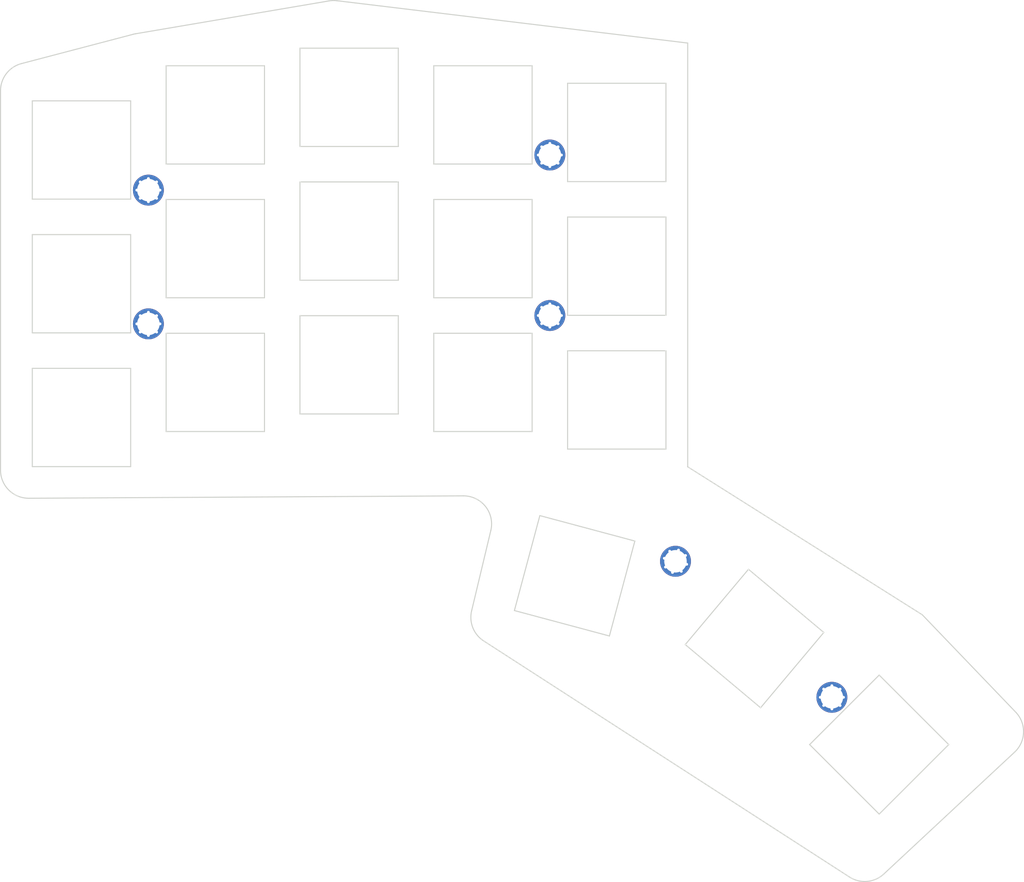
<source format=kicad_pcb>
(kicad_pcb (version 20221018) (generator pcbnew)
  (title_block (title "juubo_left_plate") (rev "v1.0.0") (company "Unknown"))
  (layers (0 "F.Cu" signal) (31 "B.Cu" signal) (34 "B.Paste" user) (35 "F.Paste" user) (36 "B.SilkS" user "B.Silkscreen") (37 "F.SilkS" user "F.Silkscreen") (38 "B.Mask" user) (39 "F.Mask" user) (44 "Edge.Cuts" user))
  (net 0 "")
  (footprint "MountingHole_2.2mm_M2_Pad_Via" (layer "F.Cu") (at 109.525 67.615)
    (fp_text reference "_1" hide)
    (fp_text value "" (at 0 0) (layer "F.SilkS") (effects (font (size 1.27 1.27))))
    (pad "1" thru_hole circle (at -1.65 0) (size 0.7 0.7) (drill 0.4) (layers "*.Cu" "*.Mask"))
    (pad "1" thru_hole circle (at -1.166726 -1.166726) (size 0.7 0.7) (drill 0.4) (layers "*.Cu" "*.Mask"))
    (pad "1" thru_hole circle (at -1.166726 1.166726) (size 0.7 0.7) (drill 0.4) (layers "*.Cu" "*.Mask"))
    (pad "1" thru_hole circle (at 0 -1.65) (size 0.7 0.7) (drill 0.4) (layers "*.Cu" "*.Mask"))
    (pad "1" thru_hole circle (at 0 0) (size 4.4 4.4) (drill 3.2) (layers "*.Cu" "*.Mask"))
    (pad "1" thru_hole circle (at 0 1.65) (size 0.7 0.7) (drill 0.4) (layers "*.Cu" "*.Mask"))
    (pad "1" thru_hole circle (at 1.166726 -1.166726) (size 0.7 0.7) (drill 0.4) (layers "*.Cu" "*.Mask"))
    (pad "1" thru_hole circle (at 1.166726 1.166726) (size 0.7 0.7) (drill 0.4) (layers "*.Cu" "*.Mask"))
    (pad "1" thru_hole circle (at 1.65 0) (size 0.7 0.7) (drill 0.4) (layers "*.Cu" "*.Mask"))
  )
  (footprint "MountingHole_2.2mm_M2_Pad_Via" (layer "F.Cu") (at 166.675 62.615)
    (fp_text reference "_2" hide)
    (fp_text value "" (at 0 0) (layer "F.SilkS") (effects (font (size 1.27 1.27))))
    (pad "1" thru_hole circle (at -1.65 0) (size 0.7 0.7) (drill 0.4) (layers "*.Cu" "*.Mask"))
    (pad "1" thru_hole circle (at -1.166726 -1.166726) (size 0.7 0.7) (drill 0.4) (layers "*.Cu" "*.Mask"))
    (pad "1" thru_hole circle (at -1.166726 1.166726) (size 0.7 0.7) (drill 0.4) (layers "*.Cu" "*.Mask"))
    (pad "1" thru_hole circle (at 0 -1.65) (size 0.7 0.7) (drill 0.4) (layers "*.Cu" "*.Mask"))
    (pad "1" thru_hole circle (at 0 0) (size 4.4 4.4) (drill 3.2) (layers "*.Cu" "*.Mask"))
    (pad "1" thru_hole circle (at 0 1.65) (size 0.7 0.7) (drill 0.4) (layers "*.Cu" "*.Mask"))
    (pad "1" thru_hole circle (at 1.166726 -1.166726) (size 0.7 0.7) (drill 0.4) (layers "*.Cu" "*.Mask"))
    (pad "1" thru_hole circle (at 1.166726 1.166726) (size 0.7 0.7) (drill 0.4) (layers "*.Cu" "*.Mask"))
    (pad "1" thru_hole circle (at 1.65 0) (size 0.7 0.7) (drill 0.4) (layers "*.Cu" "*.Mask"))
  )
  (footprint "MountingHole_2.2mm_M2_Pad_Via" (layer "F.Cu") (at 184.559772 120.481086 -15)
    (fp_text reference "_4" hide)
    (fp_text value "" (at 0 0 -15) (layer "F.SilkS") (effects (font (size 1.27 1.27))))
    (pad "1" thru_hole circle (at -1.65 0) (size 0.7 0.7) (drill 0.4) (layers "*.Cu" "*.Mask"))
    (pad "1" thru_hole circle (at -1.166726 -1.166726) (size 0.7 0.7) (drill 0.4) (layers "*.Cu" "*.Mask"))
    (pad "1" thru_hole circle (at -1.166726 1.166726) (size 0.7 0.7) (drill 0.4) (layers "*.Cu" "*.Mask"))
    (pad "1" thru_hole circle (at 0 -1.65) (size 0.7 0.7) (drill 0.4) (layers "*.Cu" "*.Mask"))
    (pad "1" thru_hole circle (at 0 0) (size 4.4 4.4) (drill 3.2) (layers "*.Cu" "*.Mask"))
    (pad "1" thru_hole circle (at 0 1.65) (size 0.7 0.7) (drill 0.4) (layers "*.Cu" "*.Mask"))
    (pad "1" thru_hole circle (at 1.166726 -1.166726) (size 0.7 0.7) (drill 0.4) (layers "*.Cu" "*.Mask"))
    (pad "1" thru_hole circle (at 1.166726 1.166726) (size 0.7 0.7) (drill 0.4) (layers "*.Cu" "*.Mask"))
    (pad "1" thru_hole circle (at 1.65 0) (size 0.7 0.7) (drill 0.4) (layers "*.Cu" "*.Mask"))
  )
  (footprint "MountingHole_2.2mm_M2_Pad_Via" (layer "F.Cu") (at 206.820012 139.855114 -135)
    (fp_text reference "_5" hide)
    (fp_text value "" (at 0 0 -135) (layer "F.SilkS") (effects (font (size 1.27 1.27))))
    (pad "1" thru_hole circle (at -1.65 0) (size 0.7 0.7) (drill 0.4) (layers "*.Cu" "*.Mask"))
    (pad "1" thru_hole circle (at -1.166726 -1.166726) (size 0.7 0.7) (drill 0.4) (layers "*.Cu" "*.Mask"))
    (pad "1" thru_hole circle (at -1.166726 1.166726) (size 0.7 0.7) (drill 0.4) (layers "*.Cu" "*.Mask"))
    (pad "1" thru_hole circle (at 0 -1.65) (size 0.7 0.7) (drill 0.4) (layers "*.Cu" "*.Mask"))
    (pad "1" thru_hole circle (at 0 0) (size 4.4 4.4) (drill 3.2) (layers "*.Cu" "*.Mask"))
    (pad "1" thru_hole circle (at 0 1.65) (size 0.7 0.7) (drill 0.4) (layers "*.Cu" "*.Mask"))
    (pad "1" thru_hole circle (at 1.166726 -1.166726) (size 0.7 0.7) (drill 0.4) (layers "*.Cu" "*.Mask"))
    (pad "1" thru_hole circle (at 1.166726 1.166726) (size 0.7 0.7) (drill 0.4) (layers "*.Cu" "*.Mask"))
    (pad "1" thru_hole circle (at 1.65 0) (size 0.7 0.7) (drill 0.4) (layers "*.Cu" "*.Mask"))
  )
  (footprint "MountingHole_2.2mm_M2_Pad_Via" (layer "F.Cu") (at 109.525 86.665)
    (fp_text reference "_3" hide)
    (fp_text value "" (at 0 0) (layer "F.SilkS") (effects (font (size 1.27 1.27))))
    (pad "1" thru_hole circle (at -1.65 0) (size 0.7 0.7) (drill 0.4) (layers "*.Cu" "*.Mask"))
    (pad "1" thru_hole circle (at -1.166726 -1.166726) (size 0.7 0.7) (drill 0.4) (layers "*.Cu" "*.Mask"))
    (pad "1" thru_hole circle (at -1.166726 1.166726) (size 0.7 0.7) (drill 0.4) (layers "*.Cu" "*.Mask"))
    (pad "1" thru_hole circle (at 0 -1.65) (size 0.7 0.7) (drill 0.4) (layers "*.Cu" "*.Mask"))
    (pad "1" thru_hole circle (at 0 0) (size 4.4 4.4) (drill 3.2) (layers "*.Cu" "*.Mask"))
    (pad "1" thru_hole circle (at 0 1.65) (size 0.7 0.7) (drill 0.4) (layers "*.Cu" "*.Mask"))
    (pad "1" thru_hole circle (at 1.166726 -1.166726) (size 0.7 0.7) (drill 0.4) (layers "*.Cu" "*.Mask"))
    (pad "1" thru_hole circle (at 1.166726 1.166726) (size 0.7 0.7) (drill 0.4) (layers "*.Cu" "*.Mask"))
    (pad "1" thru_hole circle (at 1.65 0) (size 0.7 0.7) (drill 0.4) (layers "*.Cu" "*.Mask"))
  )
  (footprint "MountingHole_2.2mm_M2_Pad_Via" (layer "F.Cu") (at 166.675 85.475)
    (fp_text reference "_6" hide)
    (fp_text value "" (at 0 0) (layer "F.SilkS") (effects (font (size 1.27 1.27))))
    (pad "1" thru_hole circle (at -1.65 0) (size 0.7 0.7) (drill 0.4) (layers "*.Cu" "*.Mask"))
    (pad "1" thru_hole circle (at -1.166726 -1.166726) (size 0.7 0.7) (drill 0.4) (layers "*.Cu" "*.Mask"))
    (pad "1" thru_hole circle (at -1.166726 1.166726) (size 0.7 0.7) (drill 0.4) (layers "*.Cu" "*.Mask"))
    (pad "1" thru_hole circle (at 0 -1.65) (size 0.7 0.7) (drill 0.4) (layers "*.Cu" "*.Mask"))
    (pad "1" thru_hole circle (at 0 0) (size 4.4 4.4) (drill 3.2) (layers "*.Cu" "*.Mask"))
    (pad "1" thru_hole circle (at 0 1.65) (size 0.7 0.7) (drill 0.4) (layers "*.Cu" "*.Mask"))
    (pad "1" thru_hole circle (at 1.166726 -1.166726) (size 0.7 0.7) (drill 0.4) (layers "*.Cu" "*.Mask"))
    (pad "1" thru_hole circle (at 1.166726 1.166726) (size 0.7 0.7) (drill 0.4) (layers "*.Cu" "*.Mask"))
    (pad "1" thru_hole circle (at 1.65 0) (size 0.7 0.7) (drill 0.4) (layers "*.Cu" "*.Mask"))
  )
  (gr_line (start 194.947858 121.621082) (end 185.948831 132.345705) (stroke (width 0.15)) (layer "Edge.Cuts"))
  (gr_line (start 93 107) (end 107 107) (stroke (width 0.15)) (layer "Edge.Cuts"))
  (gr_line (start 145.1 80.45) (end 145.1 66.45) (stroke (width 0.15)) (layer "Edge.Cuts"))
  (gr_line (start 150.15 82.95) (end 164.15 82.95) (stroke (width 0.15)) (layer "Edge.Cuts"))
  (gr_line (start 131.1 61.4) (end 145.1 61.4) (stroke (width 0.15)) (layer "Edge.Cuts"))
  (gr_arc (start 154.358435 111.163003) (mid 157.513421 112.676124) (end 158.270976 116.092201) (stroke (width 0.15)) (layer "Edge.Cuts"))
  (gr_line (start 223.454699 146.590306) (end 213.555204 136.690811) (stroke (width 0.15)) (layer "Edge.Cuts"))
  (gr_line (start 112.05 68.95) (end 112.05 82.95) (stroke (width 0.15)) (layer "Edge.Cuts"))
  (gr_line (start 205.67248 130.620109) (end 194.947858 121.621082) (stroke (width 0.15)) (layer "Edge.Cuts"))
  (gr_line (start 213.555204 136.690811) (end 203.655709 146.590306) (stroke (width 0.15)) (layer "Edge.Cuts"))
  (gr_line (start 186.2965 46.667744) (end 186.2965 107.025) (stroke (width 0.15)) (layer "Edge.Cuts"))
  (gr_line (start 164.15 63.9) (end 164.15 49.9) (stroke (width 0.15)) (layer "Edge.Cuts"))
  (gr_line (start 107 107) (end 107 93) (stroke (width 0.15)) (layer "Edge.Cuts"))
  (gr_line (start 145.1 85.5) (end 131.1 85.5) (stroke (width 0.15)) (layer "Edge.Cuts"))
  (gr_line (start 183.2 104.5) (end 183.2 90.5) (stroke (width 0.15)) (layer "Edge.Cuts"))
  (gr_line (start 150.15 102) (end 164.15 102) (stroke (width 0.15)) (layer "Edge.Cuts"))
  (gr_line (start 183.2 71.45) (end 169.2 71.45) (stroke (width 0.15)) (layer "Edge.Cuts"))
  (gr_arc (start 88.475 53.460615) (mid 89.307833 51.017451) (end 91.459526 49.59166) (stroke (width 0.15)) (layer "Edge.Cuts"))
  (gr_line (start 112.05 82.95) (end 126.05 82.95) (stroke (width 0.15)) (layer "Edge.Cuts"))
  (gr_line (start 169.2 90.5) (end 169.2 104.5) (stroke (width 0.15)) (layer "Edge.Cuts"))
  (gr_line (start 155.537178 127.537899) (end 158.270976 116.092201) (stroke (width 0.15)) (layer "Edge.Cuts"))
  (gr_line (start 131.1 66.45) (end 131.1 80.45) (stroke (width 0.15)) (layer "Edge.Cuts"))
  (gr_line (start 126.05 68.95) (end 112.05 68.95) (stroke (width 0.15)) (layer "Edge.Cuts"))
  (gr_line (start 107 87.95) (end 107 73.95) (stroke (width 0.15)) (layer "Edge.Cuts"))
  (gr_line (start 136.371889 40.639656) (end 186.2965 46.667744) (stroke (width 0.15)) (layer "Edge.Cuts"))
  (gr_line (start 145.1 47.4) (end 131.1 47.4) (stroke (width 0.15)) (layer "Edge.Cuts"))
  (gr_line (start 126.05 102) (end 126.05 88) (stroke (width 0.15)) (layer "Edge.Cuts"))
  (gr_arc (start 107.354039 45.419872) (mid 107.525824 45.378816) (end 107.699253 45.345383) (stroke (width 0.15)) (layer "Edge.Cuts"))
  (gr_line (start 183.2 52.4) (end 169.2 52.4) (stroke (width 0.15)) (layer "Edge.Cuts"))
  (gr_line (start 145.1 99.5) (end 145.1 85.5) (stroke (width 0.15)) (layer "Edge.Cuts"))
  (gr_line (start 164.15 49.9) (end 150.15 49.9) (stroke (width 0.15)) (layer "Edge.Cuts"))
  (gr_line (start 112.05 88) (end 112.05 102) (stroke (width 0.15)) (layer "Edge.Cuts"))
  (gr_line (start 107 68.9) (end 107 54.9) (stroke (width 0.15)) (layer "Edge.Cuts"))
  (gr_line (start 112.05 49.9) (end 112.05 63.9) (stroke (width 0.15)) (layer "Edge.Cuts"))
  (gr_line (start 131.1 99.5) (end 145.1 99.5) (stroke (width 0.15)) (layer "Edge.Cuts"))
  (gr_arc (start 135.222136 40.667369) (mid 135.796011 40.611975) (end 136.371889 40.639656) (stroke (width 0.15)) (layer "Edge.Cuts"))
  (gr_line (start 126.05 63.9) (end 126.05 49.9) (stroke (width 0.15)) (layer "Edge.Cuts"))
  (gr_line (start 107 54.9) (end 93 54.9) (stroke (width 0.15)) (layer "Edge.Cuts"))
  (gr_line (start 131.1 85.5) (end 131.1 99.5) (stroke (width 0.15)) (layer "Edge.Cuts"))
  (gr_line (start 150.15 49.9) (end 150.15 63.9) (stroke (width 0.15)) (layer "Edge.Cuts"))
  (gr_line (start 183.2 85.45) (end 183.2 71.45) (stroke (width 0.15)) (layer "Edge.Cuts"))
  (gr_line (start 169.2 52.4) (end 169.2 66.4) (stroke (width 0.15)) (layer "Edge.Cuts"))
  (gr_line (start 169.2 85.45) (end 183.2 85.45) (stroke (width 0.15)) (layer "Edge.Cuts"))
  (gr_line (start 161.626786 127.499748) (end 175.149748 131.123214) (stroke (width 0.15)) (layer "Edge.Cuts"))
  (gr_line (start 93 68.9) (end 107 68.9) (stroke (width 0.15)) (layer "Edge.Cuts"))
  (gr_line (start 131.1 47.4) (end 131.1 61.4) (stroke (width 0.15)) (layer "Edge.Cuts"))
  (gr_line (start 154.358435 111.163003) (end 92.496978 111.502901) (stroke (width 0.15)) (layer "Edge.Cuts"))
  (gr_line (start 183.2 90.5) (end 169.2 90.5) (stroke (width 0.15)) (layer "Edge.Cuts"))
  (gr_arc (start 92.496978 111.502902) (mid 89.654354 110.339149) (end 88.475 107.502962) (stroke (width 0.15)) (layer "Edge.Cuts"))
  (gr_line (start 209.325077 165.452613) (end 157.257711 131.827361) (stroke (width 0.15)) (layer "Edge.Cuts"))
  (gr_line (start 131.1 80.45) (end 145.1 80.45) (stroke (width 0.15)) (layer "Edge.Cuts"))
  (gr_line (start 107 93) (end 93 93) (stroke (width 0.15)) (layer "Edge.Cuts"))
  (gr_line (start 183.2 66.4) (end 183.2 52.4) (stroke (width 0.15)) (layer "Edge.Cuts"))
  (gr_line (start 145.1 61.4) (end 145.1 47.4) (stroke (width 0.15)) (layer "Edge.Cuts"))
  (gr_line (start 126.05 49.9) (end 112.05 49.9) (stroke (width 0.15)) (layer "Edge.Cuts"))
  (gr_line (start 219.696074 128.106113) (end 232.992932 141.972346) (stroke (width 0.15)) (layer "Edge.Cuts"))
  (gr_line (start 169.2 104.5) (end 183.2 104.5) (stroke (width 0.15)) (layer "Edge.Cuts"))
  (gr_line (start 169.2 66.4) (end 183.2 66.4) (stroke (width 0.15)) (layer "Edge.Cuts"))
  (gr_line (start 203.655709 146.590306) (end 213.555204 156.489801) (stroke (width 0.15)) (layer "Edge.Cuts"))
  (gr_line (start 112.05 102) (end 126.05 102) (stroke (width 0.15)) (layer "Edge.Cuts"))
  (gr_line (start 93 54.9) (end 93 68.9) (stroke (width 0.15)) (layer "Edge.Cuts"))
  (gr_line (start 93 93) (end 93 107) (stroke (width 0.15)) (layer "Edge.Cuts"))
  (gr_line (start 213.555204 156.489801) (end 223.454699 146.590306) (stroke (width 0.15)) (layer "Edge.Cuts"))
  (gr_line (start 93 73.95) (end 93 87.95) (stroke (width 0.15)) (layer "Edge.Cuts"))
  (gr_line (start 178.773214 117.600253) (end 165.250253 113.976786) (stroke (width 0.15)) (layer "Edge.Cuts"))
  (gr_line (start 169.2 71.45) (end 169.2 85.45) (stroke (width 0.15)) (layer "Edge.Cuts"))
  (gr_line (start 150.15 88) (end 150.15 102) (stroke (width 0.15)) (layer "Edge.Cuts"))
  (gr_line (start 145.1 66.45) (end 131.1 66.45) (stroke (width 0.15)) (layer "Edge.Cuts"))
  (gr_line (start 164.15 102) (end 164.15 88) (stroke (width 0.15)) (layer "Edge.Cuts"))
  (gr_line (start 175.149748 131.123214) (end 178.773214 117.600253) (stroke (width 0.15)) (layer "Edge.Cuts"))
  (gr_line (start 93 87.95) (end 107 87.95) (stroke (width 0.15)) (layer "Edge.Cuts"))
  (gr_line (start 232.83357 147.666548) (end 214.222824 165.01808) (stroke (width 0.15)) (layer "Edge.Cuts"))
  (gr_line (start 126.05 88) (end 112.05 88) (stroke (width 0.15)) (layer "Edge.Cuts"))
  (gr_arc (start 157.257712 131.827362) (mid 155.715253 129.956263) (end 155.537178 127.537899) (stroke (width 0.15)) (layer "Edge.Cuts"))
  (gr_arc (start 214.222824 165.01808) (mid 211.848601 166.076758) (end 209.325077 165.452613) (stroke (width 0.15)) (layer "Edge.Cuts"))
  (gr_line (start 107 73.95) (end 93 73.95) (stroke (width 0.15)) (layer "Edge.Cuts"))
  (gr_line (start 126.05 82.95) (end 126.05 68.95) (stroke (width 0.15)) (layer "Edge.Cuts"))
  (gr_line (start 164.15 82.95) (end 164.15 68.95) (stroke (width 0.15)) (layer "Edge.Cuts"))
  (gr_line (start 88.475 107.502962) (end 88.475 53.460615) (stroke (width 0.15)) (layer "Edge.Cuts"))
  (gr_line (start 185.948831 132.345705) (end 196.673453 141.344731) (stroke (width 0.15)) (layer "Edge.Cuts"))
  (gr_line (start 196.673453 141.344731) (end 205.67248 130.620109) (stroke (width 0.15)) (layer "Edge.Cuts"))
  (gr_line (start 91.459526 49.59166) (end 107.354039 45.419872) (stroke (width 0.15)) (layer "Edge.Cuts"))
  (gr_line (start 165.250253 113.976786) (end 161.626786 127.499748) (stroke (width 0.15)) (layer "Edge.Cuts"))
  (gr_line (start 164.15 88) (end 150.15 88) (stroke (width 0.15)) (layer "Edge.Cuts"))
  (gr_line (start 150.15 68.95) (end 150.15 82.95) (stroke (width 0.15)) (layer "Edge.Cuts"))
  (gr_line (start 112.05 63.9) (end 126.05 63.9) (stroke (width 0.15)) (layer "Edge.Cuts"))
  (gr_line (start 186.2965 107.025) (end 219.696074 128.106113) (stroke (width 0.15)) (layer "Edge.Cuts"))
  (gr_line (start 164.15 68.95) (end 150.15 68.95) (stroke (width 0.15)) (layer "Edge.Cuts"))
  (gr_line (start 150.15 63.9) (end 164.15 63.9) (stroke (width 0.15)) (layer "Edge.Cuts"))
  (gr_arc (start 232.992932 141.972345) (mid 234.104286 144.85278) (end 232.83357 147.666548) (stroke (width 0.15)) (layer "Edge.Cuts"))
  (gr_line (start 107.699253 45.345383) (end 135.222136 40.667369) (stroke (width 0.15)) (layer "Edge.Cuts"))
)
</source>
